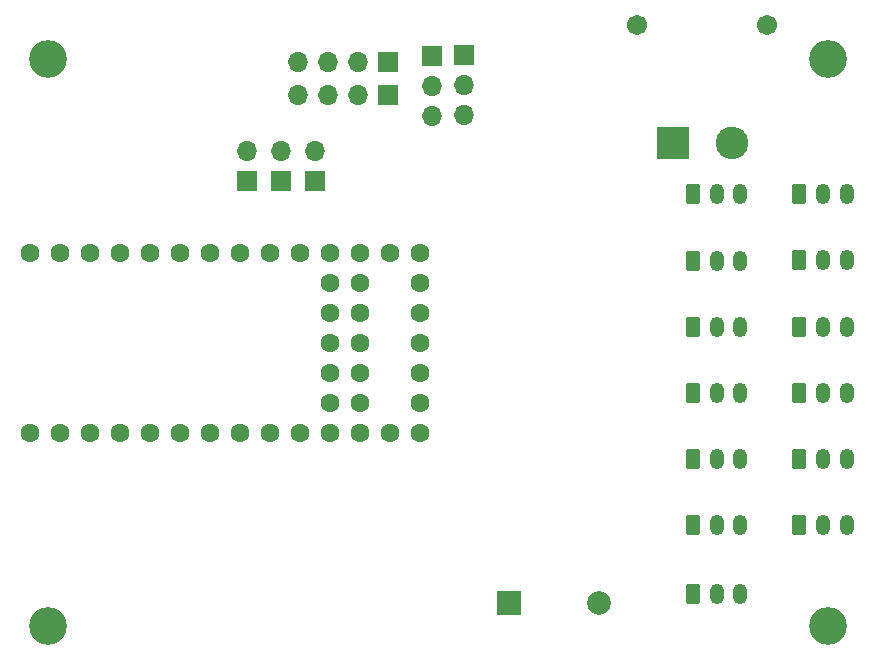
<source format=gbr>
%TF.GenerationSoftware,KiCad,Pcbnew,8.0.8*%
%TF.CreationDate,2025-01-26T21:38:22+07:00*%
%TF.ProjectId,Teensy4.0,5465656e-7379-4342-9e30-2e6b69636164,rev?*%
%TF.SameCoordinates,Original*%
%TF.FileFunction,Soldermask,Bot*%
%TF.FilePolarity,Negative*%
%FSLAX46Y46*%
G04 Gerber Fmt 4.6, Leading zero omitted, Abs format (unit mm)*
G04 Created by KiCad (PCBNEW 8.0.8) date 2025-01-26 21:38:22*
%MOMM*%
%LPD*%
G01*
G04 APERTURE LIST*
G04 Aperture macros list*
%AMRoundRect*
0 Rectangle with rounded corners*
0 $1 Rounding radius*
0 $2 $3 $4 $5 $6 $7 $8 $9 X,Y pos of 4 corners*
0 Add a 4 corners polygon primitive as box body*
4,1,4,$2,$3,$4,$5,$6,$7,$8,$9,$2,$3,0*
0 Add four circle primitives for the rounded corners*
1,1,$1+$1,$2,$3*
1,1,$1+$1,$4,$5*
1,1,$1+$1,$6,$7*
1,1,$1+$1,$8,$9*
0 Add four rect primitives between the rounded corners*
20,1,$1+$1,$2,$3,$4,$5,0*
20,1,$1+$1,$4,$5,$6,$7,0*
20,1,$1+$1,$6,$7,$8,$9,0*
20,1,$1+$1,$8,$9,$2,$3,0*%
G04 Aperture macros list end*
%ADD10C,1.600000*%
%ADD11RoundRect,0.250000X-0.350000X-0.625000X0.350000X-0.625000X0.350000X0.625000X-0.350000X0.625000X0*%
%ADD12O,1.200000X1.750000*%
%ADD13R,2.000000X2.000000*%
%ADD14C,2.000000*%
%ADD15C,3.200000*%
%ADD16R,1.700000X1.700000*%
%ADD17O,1.700000X1.700000*%
%ADD18C,2.754000*%
%ADD19RoundRect,0.102000X-1.275000X-1.275000X1.275000X-1.275000X1.275000X1.275000X-1.275000X1.275000X0*%
%ADD20C,1.712000*%
G04 APERTURE END LIST*
D10*
%TO.C,U1*%
X107490000Y-105620000D03*
X110030000Y-105620000D03*
X112570000Y-105620000D03*
X115110000Y-105620000D03*
X117650000Y-105620000D03*
X120190000Y-105620000D03*
X122730000Y-105620000D03*
X125270000Y-105620000D03*
X127810000Y-105620000D03*
X130350000Y-105620000D03*
X132890000Y-105620000D03*
X135430000Y-105620000D03*
X137970000Y-105620000D03*
X140510000Y-105620000D03*
X140510000Y-103080000D03*
X140510000Y-100540000D03*
X140510000Y-98000000D03*
X140510000Y-95460000D03*
X140510000Y-92920000D03*
X140510000Y-90380000D03*
X137970000Y-90380000D03*
X135430000Y-90380000D03*
X132890000Y-90380000D03*
X130350000Y-90380000D03*
X127810000Y-90380000D03*
X125270000Y-90380000D03*
X122730000Y-90380000D03*
X120190000Y-90380000D03*
X117650000Y-90380000D03*
X115110000Y-90380000D03*
X112570000Y-90380000D03*
X110030000Y-90380000D03*
X107490000Y-90380000D03*
X135430000Y-92920000D03*
X132890000Y-92920000D03*
X135430000Y-95460000D03*
X132890000Y-95460000D03*
X135430000Y-98000000D03*
X132890000Y-98000000D03*
X135430000Y-100540000D03*
X132890000Y-100540000D03*
X135430000Y-103080000D03*
X132890000Y-103080000D03*
%TD*%
D11*
%TO.C,servo1*%
X172600000Y-102250000D03*
D12*
X174600000Y-102250000D03*
X176600000Y-102250000D03*
%TD*%
D13*
%TO.C,BZ1*%
X148000000Y-120000000D03*
D14*
X155600000Y-120000000D03*
%TD*%
D15*
%TO.C,H2*%
X175000000Y-74000000D03*
%TD*%
D16*
%TO.C,J1*%
X137790000Y-74250000D03*
D17*
X135250000Y-74250000D03*
X132710000Y-74250000D03*
X130170000Y-74250000D03*
%TD*%
D15*
%TO.C,H1*%
X109000000Y-74000000D03*
%TD*%
D11*
%TO.C,servo13*%
X172600000Y-96650000D03*
D12*
X174600000Y-96650000D03*
X176600000Y-96650000D03*
%TD*%
D11*
%TO.C,servo11*%
X172600000Y-85400000D03*
D12*
X174600000Y-85400000D03*
X176600000Y-85400000D03*
%TD*%
D11*
%TO.C,servo5*%
X163600000Y-107800000D03*
D12*
X165600000Y-107800000D03*
X167600000Y-107800000D03*
%TD*%
D11*
%TO.C,servo4*%
X163600000Y-119250000D03*
D12*
X165600000Y-119250000D03*
X167600000Y-119250000D03*
%TD*%
D16*
%TO.C,5V*%
X144250000Y-73630000D03*
D17*
X144250000Y-76170000D03*
X144250000Y-78710000D03*
%TD*%
D11*
%TO.C,servo2*%
X163600000Y-113450000D03*
D12*
X165600000Y-113450000D03*
X167600000Y-113450000D03*
%TD*%
D16*
%TO.C,S4*%
X125800000Y-84300000D03*
D17*
X125800000Y-81760000D03*
%TD*%
D11*
%TO.C,servo10*%
X163600000Y-102250000D03*
D12*
X165600000Y-102250000D03*
X167600000Y-102250000D03*
%TD*%
D16*
%TO.C,S2*%
X131600000Y-84275000D03*
D17*
X131600000Y-81735000D03*
%TD*%
D15*
%TO.C,H4*%
X175000000Y-122000000D03*
%TD*%
D11*
%TO.C,servo3*%
X163600000Y-96650000D03*
D12*
X165600000Y-96650000D03*
X167600000Y-96650000D03*
%TD*%
D11*
%TO.C,servo9*%
X172600000Y-91000000D03*
D12*
X174600000Y-91000000D03*
X176600000Y-91000000D03*
%TD*%
D15*
%TO.C,H3*%
X109000000Y-122000000D03*
%TD*%
D16*
%TO.C,J2*%
X137790000Y-77000000D03*
D17*
X135250000Y-77000000D03*
X132710000Y-77000000D03*
X130170000Y-77000000D03*
%TD*%
D16*
%TO.C,S3*%
X128700000Y-84300000D03*
D17*
X128700000Y-81760000D03*
%TD*%
D18*
%TO.C,Main Power*%
X166900000Y-81105750D03*
D19*
X161900000Y-81105750D03*
D20*
X169900000Y-71105750D03*
X158900000Y-71105750D03*
%TD*%
D11*
%TO.C,servo12*%
X163600000Y-91050000D03*
D12*
X165600000Y-91050000D03*
X167600000Y-91050000D03*
%TD*%
D11*
%TO.C,servo8*%
X172600000Y-113450000D03*
D12*
X174600000Y-113450000D03*
X176600000Y-113450000D03*
%TD*%
D11*
%TO.C,servo6*%
X163600000Y-85400000D03*
D12*
X165600000Y-85400000D03*
X167600000Y-85400000D03*
%TD*%
D11*
%TO.C,servo7*%
X172600000Y-107800000D03*
D12*
X174600000Y-107800000D03*
X176600000Y-107800000D03*
%TD*%
D16*
%TO.C,GND*%
X141500000Y-73670000D03*
D17*
X141500000Y-76210000D03*
X141500000Y-78750000D03*
%TD*%
M02*

</source>
